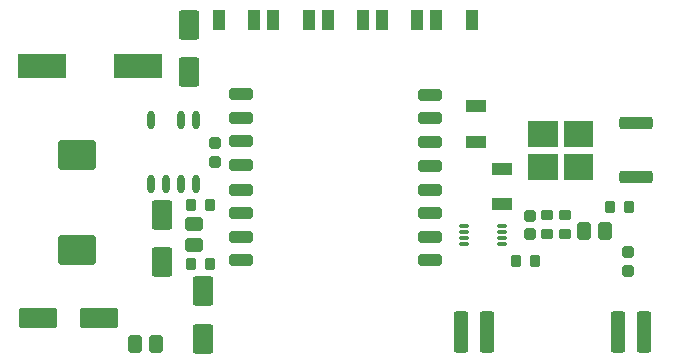
<source format=gtp>
%FSLAX44Y44*%
%MOMM*%
G71*
G01*
G75*
G04 Layer_Color=8421504*
G04:AMPARAMS|DCode=10|XSize=1.45mm|YSize=1.15mm|CornerRadius=0.2013mm|HoleSize=0mm|Usage=FLASHONLY|Rotation=90.000|XOffset=0mm|YOffset=0mm|HoleType=Round|Shape=RoundedRectangle|*
%AMROUNDEDRECTD10*
21,1,1.4500,0.7475,0,0,90.0*
21,1,1.0475,1.1500,0,0,90.0*
1,1,0.4025,0.3738,0.5238*
1,1,0.4025,0.3738,-0.5238*
1,1,0.4025,-0.3738,-0.5238*
1,1,0.4025,-0.3738,0.5238*
%
%ADD10ROUNDEDRECTD10*%
G04:AMPARAMS|DCode=11|XSize=1mm|YSize=0.95mm|CornerRadius=0.1995mm|HoleSize=0mm|Usage=FLASHONLY|Rotation=180.000|XOffset=0mm|YOffset=0mm|HoleType=Round|Shape=RoundedRectangle|*
%AMROUNDEDRECTD11*
21,1,1.0000,0.5510,0,0,180.0*
21,1,0.6010,0.9500,0,0,180.0*
1,1,0.3990,-0.3005,0.2755*
1,1,0.3990,0.3005,0.2755*
1,1,0.3990,0.3005,-0.2755*
1,1,0.3990,-0.3005,-0.2755*
%
%ADD11ROUNDEDRECTD11*%
G04:AMPARAMS|DCode=12|XSize=2mm|YSize=1mm|CornerRadius=0.25mm|HoleSize=0mm|Usage=FLASHONLY|Rotation=180.000|XOffset=0mm|YOffset=0mm|HoleType=Round|Shape=RoundedRectangle|*
%AMROUNDEDRECTD12*
21,1,2.0000,0.5000,0,0,180.0*
21,1,1.5000,1.0000,0,0,180.0*
1,1,0.5000,-0.7500,0.2500*
1,1,0.5000,0.7500,0.2500*
1,1,0.5000,0.7500,-0.2500*
1,1,0.5000,-0.7500,-0.2500*
%
%ADD12ROUNDEDRECTD12*%
G04:AMPARAMS|DCode=13|XSize=1mm|YSize=0.9mm|CornerRadius=0.198mm|HoleSize=0mm|Usage=FLASHONLY|Rotation=0.000|XOffset=0mm|YOffset=0mm|HoleType=Round|Shape=RoundedRectangle|*
%AMROUNDEDRECTD13*
21,1,1.0000,0.5040,0,0,0.0*
21,1,0.6040,0.9000,0,0,0.0*
1,1,0.3960,0.3020,-0.2520*
1,1,0.3960,-0.3020,-0.2520*
1,1,0.3960,-0.3020,0.2520*
1,1,0.3960,0.3020,0.2520*
%
%ADD13ROUNDEDRECTD13*%
G04:AMPARAMS|DCode=14|XSize=1.75mm|YSize=1.05mm|CornerRadius=0.1995mm|HoleSize=0mm|Usage=FLASHONLY|Rotation=180.000|XOffset=0mm|YOffset=0mm|HoleType=Round|Shape=RoundedRectangle|*
%AMROUNDEDRECTD14*
21,1,1.7500,0.6510,0,0,180.0*
21,1,1.3510,1.0500,0,0,180.0*
1,1,0.3990,-0.6755,0.3255*
1,1,0.3990,0.6755,0.3255*
1,1,0.3990,0.6755,-0.3255*
1,1,0.3990,-0.6755,-0.3255*
%
%ADD14ROUNDEDRECTD14*%
G04:AMPARAMS|DCode=15|XSize=3.3mm|YSize=1.65mm|CornerRadius=0.198mm|HoleSize=0mm|Usage=FLASHONLY|Rotation=180.000|XOffset=0mm|YOffset=0mm|HoleType=Round|Shape=RoundedRectangle|*
%AMROUNDEDRECTD15*
21,1,3.3000,1.2540,0,0,180.0*
21,1,2.9040,1.6500,0,0,180.0*
1,1,0.3960,-1.4520,0.6270*
1,1,0.3960,1.4520,0.6270*
1,1,0.3960,1.4520,-0.6270*
1,1,0.3960,-1.4520,-0.6270*
%
%ADD15ROUNDEDRECTD15*%
G04:AMPARAMS|DCode=16|XSize=4.1mm|YSize=2.1mm|CornerRadius=0.1995mm|HoleSize=0mm|Usage=FLASHONLY|Rotation=180.000|XOffset=0mm|YOffset=0mm|HoleType=Round|Shape=RoundedRectangle|*
%AMROUNDEDRECTD16*
21,1,4.1000,1.7010,0,0,180.0*
21,1,3.7010,2.1000,0,0,180.0*
1,1,0.3990,-1.8505,0.8505*
1,1,0.3990,1.8505,0.8505*
1,1,0.3990,1.8505,-0.8505*
1,1,0.3990,-1.8505,-0.8505*
%
%ADD16ROUNDEDRECTD16*%
G04:AMPARAMS|DCode=17|XSize=3.2mm|YSize=2.5mm|CornerRadius=0.2mm|HoleSize=0mm|Usage=FLASHONLY|Rotation=0.000|XOffset=0mm|YOffset=0mm|HoleType=Round|Shape=RoundedRectangle|*
%AMROUNDEDRECTD17*
21,1,3.2000,2.1000,0,0,0.0*
21,1,2.8000,2.5000,0,0,0.0*
1,1,0.4000,1.4000,-1.0500*
1,1,0.4000,-1.4000,-1.0500*
1,1,0.4000,-1.4000,1.0500*
1,1,0.4000,1.4000,1.0500*
%
%ADD17ROUNDEDRECTD17*%
G04:AMPARAMS|DCode=18|XSize=1.45mm|YSize=1.15mm|CornerRadius=0.2013mm|HoleSize=0mm|Usage=FLASHONLY|Rotation=180.000|XOffset=0mm|YOffset=0mm|HoleType=Round|Shape=RoundedRectangle|*
%AMROUNDEDRECTD18*
21,1,1.4500,0.7475,0,0,180.0*
21,1,1.0475,1.1500,0,0,180.0*
1,1,0.4025,-0.5238,0.3738*
1,1,0.4025,0.5238,0.3738*
1,1,0.4025,0.5238,-0.3738*
1,1,0.4025,-0.5238,-0.3738*
%
%ADD18ROUNDEDRECTD18*%
G04:AMPARAMS|DCode=19|XSize=2.5mm|YSize=1.7mm|CornerRadius=0.204mm|HoleSize=0mm|Usage=FLASHONLY|Rotation=270.000|XOffset=0mm|YOffset=0mm|HoleType=Round|Shape=RoundedRectangle|*
%AMROUNDEDRECTD19*
21,1,2.5000,1.2920,0,0,270.0*
21,1,2.0920,1.7000,0,0,270.0*
1,1,0.4080,-0.6460,-1.0460*
1,1,0.4080,-0.6460,1.0460*
1,1,0.4080,0.6460,1.0460*
1,1,0.4080,0.6460,-1.0460*
%
%ADD19ROUNDEDRECTD19*%
G04:AMPARAMS|DCode=20|XSize=3.5mm|YSize=1.2mm|CornerRadius=0.198mm|HoleSize=0mm|Usage=FLASHONLY|Rotation=90.000|XOffset=0mm|YOffset=0mm|HoleType=Round|Shape=RoundedRectangle|*
%AMROUNDEDRECTD20*
21,1,3.5000,0.8040,0,0,90.0*
21,1,3.1040,1.2000,0,0,90.0*
1,1,0.3960,0.4020,1.5520*
1,1,0.3960,0.4020,-1.5520*
1,1,0.3960,-0.4020,-1.5520*
1,1,0.3960,-0.4020,1.5520*
%
%ADD20ROUNDEDRECTD20*%
G04:AMPARAMS|DCode=21|XSize=2.85mm|YSize=1mm|CornerRadius=0.2mm|HoleSize=0mm|Usage=FLASHONLY|Rotation=180.000|XOffset=0mm|YOffset=0mm|HoleType=Round|Shape=RoundedRectangle|*
%AMROUNDEDRECTD21*
21,1,2.8500,0.6000,0,0,180.0*
21,1,2.4500,1.0000,0,0,180.0*
1,1,0.4000,-1.2250,0.3000*
1,1,0.4000,1.2250,0.3000*
1,1,0.4000,1.2250,-0.3000*
1,1,0.4000,-1.2250,-0.3000*
%
%ADD21ROUNDEDRECTD21*%
G04:AMPARAMS|DCode=22|XSize=5.2mm|YSize=5.5mm|CornerRadius=0.182mm|HoleSize=0mm|Usage=FLASHONLY|Rotation=180.000|XOffset=0mm|YOffset=0mm|HoleType=Round|Shape=RoundedRectangle|*
%AMROUNDEDRECTD22*
21,1,5.2000,5.1360,0,0,180.0*
21,1,4.8360,5.5000,0,0,180.0*
1,1,0.3640,-2.4180,2.5680*
1,1,0.3640,2.4180,2.5680*
1,1,0.3640,2.4180,-2.5680*
1,1,0.3640,-2.4180,-2.5680*
%
%ADD22ROUNDEDRECTD22*%
G04:AMPARAMS|DCode=23|XSize=1mm|YSize=0.9mm|CornerRadius=0.198mm|HoleSize=0mm|Usage=FLASHONLY|Rotation=270.000|XOffset=0mm|YOffset=0mm|HoleType=Round|Shape=RoundedRectangle|*
%AMROUNDEDRECTD23*
21,1,1.0000,0.5040,0,0,270.0*
21,1,0.6040,0.9000,0,0,270.0*
1,1,0.3960,-0.2520,-0.3020*
1,1,0.3960,-0.2520,0.3020*
1,1,0.3960,0.2520,0.3020*
1,1,0.3960,0.2520,-0.3020*
%
%ADD23ROUNDEDRECTD23*%
G04:AMPARAMS|DCode=24|XSize=1.75mm|YSize=1.05mm|CornerRadius=0.1995mm|HoleSize=0mm|Usage=FLASHONLY|Rotation=90.000|XOffset=0mm|YOffset=0mm|HoleType=Round|Shape=RoundedRectangle|*
%AMROUNDEDRECTD24*
21,1,1.7500,0.6510,0,0,90.0*
21,1,1.3510,1.0500,0,0,90.0*
1,1,0.3990,0.3255,0.6755*
1,1,0.3990,0.3255,-0.6755*
1,1,0.3990,-0.3255,-0.6755*
1,1,0.3990,-0.3255,0.6755*
%
%ADD24ROUNDEDRECTD24*%
%ADD25O,0.6000X1.5500*%
G04:AMPARAMS|DCode=26|XSize=0.9mm|YSize=0.3mm|CornerRadius=0.1005mm|HoleSize=0mm|Usage=FLASHONLY|Rotation=180.000|XOffset=0mm|YOffset=0mm|HoleType=Round|Shape=RoundedRectangle|*
%AMROUNDEDRECTD26*
21,1,0.9000,0.0990,0,0,180.0*
21,1,0.6990,0.3000,0,0,180.0*
1,1,0.2010,-0.3495,0.0495*
1,1,0.2010,0.3495,0.0495*
1,1,0.2010,0.3495,-0.0495*
1,1,0.2010,-0.3495,-0.0495*
%
%ADD26ROUNDEDRECTD26*%
%ADD27C,0.2500*%
%ADD28C,0.5000*%
%ADD29C,1.7000*%
%ADD30C,1.8000*%
%ADD31C,1.8500*%
%ADD32O,2.0000X1.5000*%
%ADD33C,1.6000*%
%ADD34C,2.2000*%
%ADD35O,1.5000X2.0000*%
%ADD36C,2.5000*%
%ADD37C,0.7500*%
%ADD38C,1.5000*%
%ADD39C,0.2000*%
%ADD40C,0.3000*%
%ADD41C,0.2540*%
%ADD42C,0.1500*%
%ADD43C,0.1000*%
G36*
X493250Y151500D02*
X468250D01*
Y173500D01*
X493250D01*
Y151500D01*
D02*
G37*
G36*
X463250D02*
X438250D01*
Y173500D01*
X463250D01*
Y151500D01*
D02*
G37*
G36*
X493250Y179500D02*
X468250D01*
Y201500D01*
X493250D01*
Y179500D01*
D02*
G37*
G36*
X463250D02*
X438250D01*
Y201500D01*
X463250D01*
Y179500D01*
D02*
G37*
D10*
X485500Y108500D02*
D03*
X503500D02*
D03*
X123250Y12750D02*
D03*
X105250D02*
D03*
D11*
X522500Y74500D02*
D03*
Y90500D02*
D03*
X439500Y121250D02*
D03*
Y105250D02*
D03*
X173000Y182750D02*
D03*
Y166749D02*
D03*
D12*
X354750Y203550D02*
D03*
Y183650D02*
D03*
Y163550D02*
D03*
Y143150D02*
D03*
Y123450D02*
D03*
Y103450D02*
D03*
Y83750D02*
D03*
X194750Y83450D02*
D03*
Y103250D02*
D03*
Y123450D02*
D03*
Y143250D02*
D03*
Y163850D02*
D03*
Y184050D02*
D03*
Y203650D02*
D03*
Y224050D02*
D03*
X354750Y223650D02*
D03*
D13*
X454500Y105500D02*
D03*
Y121500D02*
D03*
X469500Y105500D02*
D03*
Y121500D02*
D03*
D14*
X416500Y131000D02*
D03*
Y161000D02*
D03*
X394250Y183750D02*
D03*
Y213750D02*
D03*
D15*
X75000Y34499D02*
D03*
X23000D02*
D03*
D16*
X27000Y248249D02*
D03*
X108000D02*
D03*
D17*
X56000Y172748D02*
D03*
Y91748D02*
D03*
D18*
X155500Y95999D02*
D03*
Y114000D02*
D03*
D19*
X163000Y57000D02*
D03*
Y16999D02*
D03*
X128000Y121997D02*
D03*
Y81997D02*
D03*
X151000Y242500D02*
D03*
Y282500D02*
D03*
D20*
X536500Y23000D02*
D03*
X514000D02*
D03*
X381000D02*
D03*
X403500D02*
D03*
D21*
X529750Y153600D02*
D03*
Y199400D02*
D03*
D23*
X523750Y128500D02*
D03*
X507750D02*
D03*
X168500Y130000D02*
D03*
X152500D02*
D03*
X168500Y79999D02*
D03*
X152500D02*
D03*
X427750Y82500D02*
D03*
X443750D02*
D03*
D24*
X206500Y286749D02*
D03*
X176500D02*
D03*
X222500D02*
D03*
X252500D02*
D03*
X298500D02*
D03*
X268500D02*
D03*
X344500D02*
D03*
X314500D02*
D03*
X390500D02*
D03*
X360500D02*
D03*
D25*
X157050Y201999D02*
D03*
X144350D02*
D03*
X118954D02*
D03*
Y147999D02*
D03*
X131650D02*
D03*
X144350D02*
D03*
X157050D02*
D03*
D26*
X384000Y97500D02*
D03*
Y102500D02*
D03*
Y107500D02*
D03*
Y112500D02*
D03*
X416000D02*
D03*
Y107500D02*
D03*
Y102500D02*
D03*
Y97500D02*
D03*
M02*

</source>
